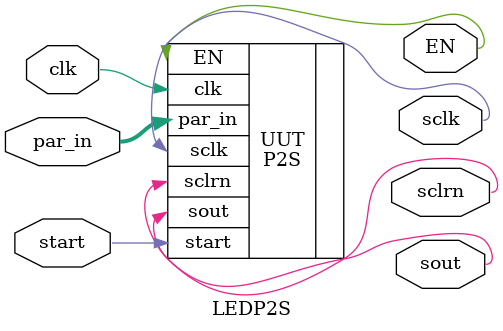
<source format=v>
`timescale 1ns / 1ps


module LEDP2S(
    input clk,
    input start,
    input[15:0] par_in,
    output sclk,
    output sclrn,
    output sout,
    output EN
    );
    
	P2S #(.BIT_WIDTH(16)) UUT (
		.clk(clk), 
		.start(start), 
		.par_in(par_in),
		.sclk(sclk), 
		.sclrn(sclrn), 
		.sout(sout), 
		.EN(EN)
	);
	
endmodule

</source>
